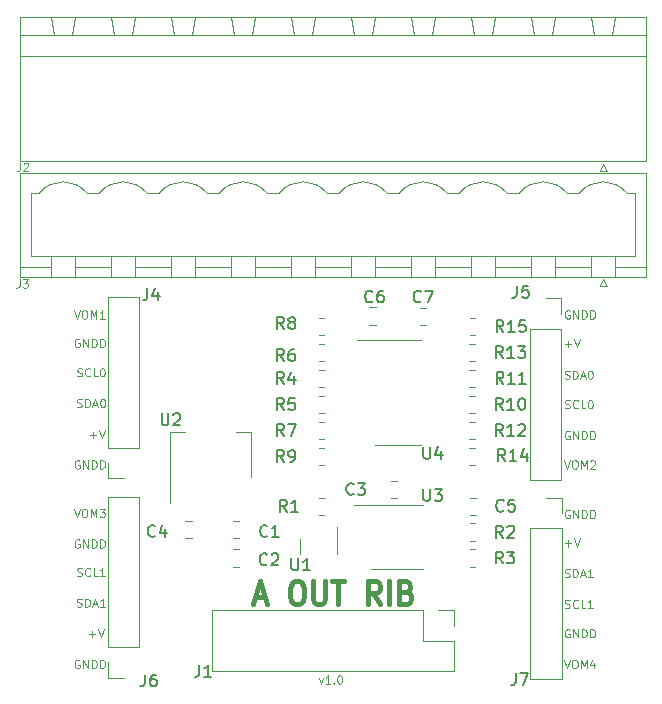
<source format=gbr>
%TF.GenerationSoftware,KiCad,Pcbnew,6.0.8+dfsg-1~bpo11+1*%
%TF.CreationDate,2022-10-31T17:37:34+01:00*%
%TF.ProjectId,rib4outAd_00,72696234-6f75-4744-9164-5f30302e6b69,rev?*%
%TF.SameCoordinates,Original*%
%TF.FileFunction,Legend,Top*%
%TF.FilePolarity,Positive*%
%FSLAX46Y46*%
G04 Gerber Fmt 4.6, Leading zero omitted, Abs format (unit mm)*
G04 Created by KiCad (PCBNEW 6.0.8+dfsg-1~bpo11+1) date 2022-10-31 17:37:34*
%MOMM*%
%LPD*%
G01*
G04 APERTURE LIST*
%ADD10C,0.110000*%
%ADD11C,0.400000*%
%ADD12C,0.150000*%
%ADD13C,0.100000*%
%ADD14C,0.120000*%
G04 APERTURE END LIST*
D10*
X165516666Y-115050000D02*
X165450000Y-115016666D01*
X165350000Y-115016666D01*
X165250000Y-115050000D01*
X165183333Y-115116666D01*
X165150000Y-115183333D01*
X165116666Y-115316666D01*
X165116666Y-115416666D01*
X165150000Y-115550000D01*
X165183333Y-115616666D01*
X165250000Y-115683333D01*
X165350000Y-115716666D01*
X165416666Y-115716666D01*
X165516666Y-115683333D01*
X165550000Y-115650000D01*
X165550000Y-115416666D01*
X165416666Y-115416666D01*
X165850000Y-115716666D02*
X165850000Y-115016666D01*
X166250000Y-115716666D01*
X166250000Y-115016666D01*
X166583333Y-115716666D02*
X166583333Y-115016666D01*
X166750000Y-115016666D01*
X166850000Y-115050000D01*
X166916666Y-115116666D01*
X166950000Y-115183333D01*
X166983333Y-115316666D01*
X166983333Y-115416666D01*
X166950000Y-115550000D01*
X166916666Y-115616666D01*
X166850000Y-115683333D01*
X166750000Y-115716666D01*
X166583333Y-115716666D01*
X167283333Y-115716666D02*
X167283333Y-115016666D01*
X167450000Y-115016666D01*
X167550000Y-115050000D01*
X167616666Y-115116666D01*
X167650000Y-115183333D01*
X167683333Y-115316666D01*
X167683333Y-115416666D01*
X167650000Y-115550000D01*
X167616666Y-115616666D01*
X167550000Y-115683333D01*
X167450000Y-115716666D01*
X167283333Y-115716666D01*
X165516666Y-88050000D02*
X165450000Y-88016666D01*
X165350000Y-88016666D01*
X165250000Y-88050000D01*
X165183333Y-88116666D01*
X165150000Y-88183333D01*
X165116666Y-88316666D01*
X165116666Y-88416666D01*
X165150000Y-88550000D01*
X165183333Y-88616666D01*
X165250000Y-88683333D01*
X165350000Y-88716666D01*
X165416666Y-88716666D01*
X165516666Y-88683333D01*
X165550000Y-88650000D01*
X165550000Y-88416666D01*
X165416666Y-88416666D01*
X165850000Y-88716666D02*
X165850000Y-88016666D01*
X166250000Y-88716666D01*
X166250000Y-88016666D01*
X166583333Y-88716666D02*
X166583333Y-88016666D01*
X166750000Y-88016666D01*
X166850000Y-88050000D01*
X166916666Y-88116666D01*
X166950000Y-88183333D01*
X166983333Y-88316666D01*
X166983333Y-88416666D01*
X166950000Y-88550000D01*
X166916666Y-88616666D01*
X166850000Y-88683333D01*
X166750000Y-88716666D01*
X166583333Y-88716666D01*
X167283333Y-88716666D02*
X167283333Y-88016666D01*
X167450000Y-88016666D01*
X167550000Y-88050000D01*
X167616666Y-88116666D01*
X167650000Y-88183333D01*
X167683333Y-88316666D01*
X167683333Y-88416666D01*
X167650000Y-88550000D01*
X167616666Y-88616666D01*
X167550000Y-88683333D01*
X167450000Y-88716666D01*
X167283333Y-88716666D01*
X165133333Y-113183333D02*
X165233333Y-113216666D01*
X165400000Y-113216666D01*
X165466666Y-113183333D01*
X165500000Y-113150000D01*
X165533333Y-113083333D01*
X165533333Y-113016666D01*
X165500000Y-112950000D01*
X165466666Y-112916666D01*
X165400000Y-112883333D01*
X165266666Y-112850000D01*
X165200000Y-112816666D01*
X165166666Y-112783333D01*
X165133333Y-112716666D01*
X165133333Y-112650000D01*
X165166666Y-112583333D01*
X165200000Y-112550000D01*
X165266666Y-112516666D01*
X165433333Y-112516666D01*
X165533333Y-112550000D01*
X166233333Y-113150000D02*
X166200000Y-113183333D01*
X166100000Y-113216666D01*
X166033333Y-113216666D01*
X165933333Y-113183333D01*
X165866666Y-113116666D01*
X165833333Y-113050000D01*
X165800000Y-112916666D01*
X165800000Y-112816666D01*
X165833333Y-112683333D01*
X165866666Y-112616666D01*
X165933333Y-112550000D01*
X166033333Y-112516666D01*
X166100000Y-112516666D01*
X166200000Y-112550000D01*
X166233333Y-112583333D01*
X166866666Y-113216666D02*
X166533333Y-113216666D01*
X166533333Y-112516666D01*
X167466666Y-113216666D02*
X167066666Y-113216666D01*
X167266666Y-113216666D02*
X167266666Y-112516666D01*
X167200000Y-112616666D01*
X167133333Y-112683333D01*
X167066666Y-112716666D01*
X124933333Y-98550000D02*
X125466666Y-98550000D01*
X125200000Y-98816666D02*
X125200000Y-98283333D01*
X125700000Y-98116666D02*
X125933333Y-98816666D01*
X126166666Y-98116666D01*
X123566666Y-104816666D02*
X123800000Y-105516666D01*
X124033333Y-104816666D01*
X124400000Y-104816666D02*
X124533333Y-104816666D01*
X124600000Y-104850000D01*
X124666666Y-104916666D01*
X124700000Y-105050000D01*
X124700000Y-105283333D01*
X124666666Y-105416666D01*
X124600000Y-105483333D01*
X124533333Y-105516666D01*
X124400000Y-105516666D01*
X124333333Y-105483333D01*
X124266666Y-105416666D01*
X124233333Y-105283333D01*
X124233333Y-105050000D01*
X124266666Y-104916666D01*
X124333333Y-104850000D01*
X124400000Y-104816666D01*
X125000000Y-105516666D02*
X125000000Y-104816666D01*
X125233333Y-105316666D01*
X125466666Y-104816666D01*
X125466666Y-105516666D01*
X125733333Y-104816666D02*
X126166666Y-104816666D01*
X125933333Y-105083333D01*
X126033333Y-105083333D01*
X126100000Y-105116666D01*
X126133333Y-105150000D01*
X126166666Y-105216666D01*
X126166666Y-105383333D01*
X126133333Y-105450000D01*
X126100000Y-105483333D01*
X126033333Y-105516666D01*
X125833333Y-105516666D01*
X125766666Y-105483333D01*
X125733333Y-105450000D01*
X124016666Y-90450000D02*
X123950000Y-90416666D01*
X123850000Y-90416666D01*
X123750000Y-90450000D01*
X123683333Y-90516666D01*
X123650000Y-90583333D01*
X123616666Y-90716666D01*
X123616666Y-90816666D01*
X123650000Y-90950000D01*
X123683333Y-91016666D01*
X123750000Y-91083333D01*
X123850000Y-91116666D01*
X123916666Y-91116666D01*
X124016666Y-91083333D01*
X124050000Y-91050000D01*
X124050000Y-90816666D01*
X123916666Y-90816666D01*
X124350000Y-91116666D02*
X124350000Y-90416666D01*
X124750000Y-91116666D01*
X124750000Y-90416666D01*
X125083333Y-91116666D02*
X125083333Y-90416666D01*
X125250000Y-90416666D01*
X125350000Y-90450000D01*
X125416666Y-90516666D01*
X125450000Y-90583333D01*
X125483333Y-90716666D01*
X125483333Y-90816666D01*
X125450000Y-90950000D01*
X125416666Y-91016666D01*
X125350000Y-91083333D01*
X125250000Y-91116666D01*
X125083333Y-91116666D01*
X125783333Y-91116666D02*
X125783333Y-90416666D01*
X125950000Y-90416666D01*
X126050000Y-90450000D01*
X126116666Y-90516666D01*
X126150000Y-90583333D01*
X126183333Y-90716666D01*
X126183333Y-90816666D01*
X126150000Y-90950000D01*
X126116666Y-91016666D01*
X126050000Y-91083333D01*
X125950000Y-91116666D01*
X125783333Y-91116666D01*
X124016666Y-100750000D02*
X123950000Y-100716666D01*
X123850000Y-100716666D01*
X123750000Y-100750000D01*
X123683333Y-100816666D01*
X123650000Y-100883333D01*
X123616666Y-101016666D01*
X123616666Y-101116666D01*
X123650000Y-101250000D01*
X123683333Y-101316666D01*
X123750000Y-101383333D01*
X123850000Y-101416666D01*
X123916666Y-101416666D01*
X124016666Y-101383333D01*
X124050000Y-101350000D01*
X124050000Y-101116666D01*
X123916666Y-101116666D01*
X124350000Y-101416666D02*
X124350000Y-100716666D01*
X124750000Y-101416666D01*
X124750000Y-100716666D01*
X125083333Y-101416666D02*
X125083333Y-100716666D01*
X125250000Y-100716666D01*
X125350000Y-100750000D01*
X125416666Y-100816666D01*
X125450000Y-100883333D01*
X125483333Y-101016666D01*
X125483333Y-101116666D01*
X125450000Y-101250000D01*
X125416666Y-101316666D01*
X125350000Y-101383333D01*
X125250000Y-101416666D01*
X125083333Y-101416666D01*
X125783333Y-101416666D02*
X125783333Y-100716666D01*
X125950000Y-100716666D01*
X126050000Y-100750000D01*
X126116666Y-100816666D01*
X126150000Y-100883333D01*
X126183333Y-101016666D01*
X126183333Y-101116666D01*
X126150000Y-101250000D01*
X126116666Y-101316666D01*
X126050000Y-101383333D01*
X125950000Y-101416666D01*
X125783333Y-101416666D01*
X123833333Y-110483333D02*
X123933333Y-110516666D01*
X124100000Y-110516666D01*
X124166666Y-110483333D01*
X124200000Y-110450000D01*
X124233333Y-110383333D01*
X124233333Y-110316666D01*
X124200000Y-110250000D01*
X124166666Y-110216666D01*
X124100000Y-110183333D01*
X123966666Y-110150000D01*
X123900000Y-110116666D01*
X123866666Y-110083333D01*
X123833333Y-110016666D01*
X123833333Y-109950000D01*
X123866666Y-109883333D01*
X123900000Y-109850000D01*
X123966666Y-109816666D01*
X124133333Y-109816666D01*
X124233333Y-109850000D01*
X124933333Y-110450000D02*
X124900000Y-110483333D01*
X124800000Y-110516666D01*
X124733333Y-110516666D01*
X124633333Y-110483333D01*
X124566666Y-110416666D01*
X124533333Y-110350000D01*
X124500000Y-110216666D01*
X124500000Y-110116666D01*
X124533333Y-109983333D01*
X124566666Y-109916666D01*
X124633333Y-109850000D01*
X124733333Y-109816666D01*
X124800000Y-109816666D01*
X124900000Y-109850000D01*
X124933333Y-109883333D01*
X125566666Y-110516666D02*
X125233333Y-110516666D01*
X125233333Y-109816666D01*
X126166666Y-110516666D02*
X125766666Y-110516666D01*
X125966666Y-110516666D02*
X125966666Y-109816666D01*
X125900000Y-109916666D01*
X125833333Y-109983333D01*
X125766666Y-110016666D01*
X123833333Y-93583333D02*
X123933333Y-93616666D01*
X124100000Y-93616666D01*
X124166666Y-93583333D01*
X124200000Y-93550000D01*
X124233333Y-93483333D01*
X124233333Y-93416666D01*
X124200000Y-93350000D01*
X124166666Y-93316666D01*
X124100000Y-93283333D01*
X123966666Y-93250000D01*
X123900000Y-93216666D01*
X123866666Y-93183333D01*
X123833333Y-93116666D01*
X123833333Y-93050000D01*
X123866666Y-92983333D01*
X123900000Y-92950000D01*
X123966666Y-92916666D01*
X124133333Y-92916666D01*
X124233333Y-92950000D01*
X124933333Y-93550000D02*
X124900000Y-93583333D01*
X124800000Y-93616666D01*
X124733333Y-93616666D01*
X124633333Y-93583333D01*
X124566666Y-93516666D01*
X124533333Y-93450000D01*
X124500000Y-93316666D01*
X124500000Y-93216666D01*
X124533333Y-93083333D01*
X124566666Y-93016666D01*
X124633333Y-92950000D01*
X124733333Y-92916666D01*
X124800000Y-92916666D01*
X124900000Y-92950000D01*
X124933333Y-92983333D01*
X125566666Y-93616666D02*
X125233333Y-93616666D01*
X125233333Y-92916666D01*
X125933333Y-92916666D02*
X126000000Y-92916666D01*
X126066666Y-92950000D01*
X126100000Y-92983333D01*
X126133333Y-93050000D01*
X126166666Y-93183333D01*
X126166666Y-93350000D01*
X126133333Y-93483333D01*
X126100000Y-93550000D01*
X126066666Y-93583333D01*
X126000000Y-93616666D01*
X125933333Y-93616666D01*
X125866666Y-93583333D01*
X125833333Y-93550000D01*
X125800000Y-93483333D01*
X125766666Y-93350000D01*
X125766666Y-93183333D01*
X125800000Y-93050000D01*
X125833333Y-92983333D01*
X125866666Y-92950000D01*
X125933333Y-92916666D01*
X124016666Y-107450000D02*
X123950000Y-107416666D01*
X123850000Y-107416666D01*
X123750000Y-107450000D01*
X123683333Y-107516666D01*
X123650000Y-107583333D01*
X123616666Y-107716666D01*
X123616666Y-107816666D01*
X123650000Y-107950000D01*
X123683333Y-108016666D01*
X123750000Y-108083333D01*
X123850000Y-108116666D01*
X123916666Y-108116666D01*
X124016666Y-108083333D01*
X124050000Y-108050000D01*
X124050000Y-107816666D01*
X123916666Y-107816666D01*
X124350000Y-108116666D02*
X124350000Y-107416666D01*
X124750000Y-108116666D01*
X124750000Y-107416666D01*
X125083333Y-108116666D02*
X125083333Y-107416666D01*
X125250000Y-107416666D01*
X125350000Y-107450000D01*
X125416666Y-107516666D01*
X125450000Y-107583333D01*
X125483333Y-107716666D01*
X125483333Y-107816666D01*
X125450000Y-107950000D01*
X125416666Y-108016666D01*
X125350000Y-108083333D01*
X125250000Y-108116666D01*
X125083333Y-108116666D01*
X125783333Y-108116666D02*
X125783333Y-107416666D01*
X125950000Y-107416666D01*
X126050000Y-107450000D01*
X126116666Y-107516666D01*
X126150000Y-107583333D01*
X126183333Y-107716666D01*
X126183333Y-107816666D01*
X126150000Y-107950000D01*
X126116666Y-108016666D01*
X126050000Y-108083333D01*
X125950000Y-108116666D01*
X125783333Y-108116666D01*
X165116666Y-110583333D02*
X165216666Y-110616666D01*
X165383333Y-110616666D01*
X165450000Y-110583333D01*
X165483333Y-110550000D01*
X165516666Y-110483333D01*
X165516666Y-110416666D01*
X165483333Y-110350000D01*
X165450000Y-110316666D01*
X165383333Y-110283333D01*
X165250000Y-110250000D01*
X165183333Y-110216666D01*
X165150000Y-110183333D01*
X165116666Y-110116666D01*
X165116666Y-110050000D01*
X165150000Y-109983333D01*
X165183333Y-109950000D01*
X165250000Y-109916666D01*
X165416666Y-109916666D01*
X165516666Y-109950000D01*
X165816666Y-110616666D02*
X165816666Y-109916666D01*
X165983333Y-109916666D01*
X166083333Y-109950000D01*
X166150000Y-110016666D01*
X166183333Y-110083333D01*
X166216666Y-110216666D01*
X166216666Y-110316666D01*
X166183333Y-110450000D01*
X166150000Y-110516666D01*
X166083333Y-110583333D01*
X165983333Y-110616666D01*
X165816666Y-110616666D01*
X166483333Y-110416666D02*
X166816666Y-110416666D01*
X166416666Y-110616666D02*
X166650000Y-109916666D01*
X166883333Y-110616666D01*
X167483333Y-110616666D02*
X167083333Y-110616666D01*
X167283333Y-110616666D02*
X167283333Y-109916666D01*
X167216666Y-110016666D01*
X167150000Y-110083333D01*
X167083333Y-110116666D01*
X123816666Y-113083333D02*
X123916666Y-113116666D01*
X124083333Y-113116666D01*
X124150000Y-113083333D01*
X124183333Y-113050000D01*
X124216666Y-112983333D01*
X124216666Y-112916666D01*
X124183333Y-112850000D01*
X124150000Y-112816666D01*
X124083333Y-112783333D01*
X123950000Y-112750000D01*
X123883333Y-112716666D01*
X123850000Y-112683333D01*
X123816666Y-112616666D01*
X123816666Y-112550000D01*
X123850000Y-112483333D01*
X123883333Y-112450000D01*
X123950000Y-112416666D01*
X124116666Y-112416666D01*
X124216666Y-112450000D01*
X124516666Y-113116666D02*
X124516666Y-112416666D01*
X124683333Y-112416666D01*
X124783333Y-112450000D01*
X124850000Y-112516666D01*
X124883333Y-112583333D01*
X124916666Y-112716666D01*
X124916666Y-112816666D01*
X124883333Y-112950000D01*
X124850000Y-113016666D01*
X124783333Y-113083333D01*
X124683333Y-113116666D01*
X124516666Y-113116666D01*
X125183333Y-112916666D02*
X125516666Y-112916666D01*
X125116666Y-113116666D02*
X125350000Y-112416666D01*
X125583333Y-113116666D01*
X126183333Y-113116666D02*
X125783333Y-113116666D01*
X125983333Y-113116666D02*
X125983333Y-112416666D01*
X125916666Y-112516666D01*
X125850000Y-112583333D01*
X125783333Y-112616666D01*
D11*
X138900000Y-112316666D02*
X139757142Y-112316666D01*
X138728571Y-112859523D02*
X139328571Y-110959523D01*
X139928571Y-112859523D01*
X142242857Y-110959523D02*
X142585714Y-110959523D01*
X142757142Y-111050000D01*
X142928571Y-111230952D01*
X143014285Y-111592857D01*
X143014285Y-112226190D01*
X142928571Y-112588095D01*
X142757142Y-112769047D01*
X142585714Y-112859523D01*
X142242857Y-112859523D01*
X142071428Y-112769047D01*
X141900000Y-112588095D01*
X141814285Y-112226190D01*
X141814285Y-111592857D01*
X141900000Y-111230952D01*
X142071428Y-111050000D01*
X142242857Y-110959523D01*
X143785714Y-110959523D02*
X143785714Y-112497619D01*
X143871428Y-112678571D01*
X143957142Y-112769047D01*
X144128571Y-112859523D01*
X144471428Y-112859523D01*
X144642857Y-112769047D01*
X144728571Y-112678571D01*
X144814285Y-112497619D01*
X144814285Y-110959523D01*
X145414285Y-110959523D02*
X146442857Y-110959523D01*
X145928571Y-112859523D02*
X145928571Y-110959523D01*
X149442857Y-112859523D02*
X148842857Y-111954761D01*
X148414285Y-112859523D02*
X148414285Y-110959523D01*
X149100000Y-110959523D01*
X149271428Y-111050000D01*
X149357142Y-111140476D01*
X149442857Y-111321428D01*
X149442857Y-111592857D01*
X149357142Y-111773809D01*
X149271428Y-111864285D01*
X149100000Y-111954761D01*
X148414285Y-111954761D01*
X150214285Y-112859523D02*
X150214285Y-110959523D01*
X151671428Y-111864285D02*
X151928571Y-111954761D01*
X152014285Y-112045238D01*
X152100000Y-112226190D01*
X152100000Y-112497619D01*
X152014285Y-112678571D01*
X151928571Y-112769047D01*
X151757142Y-112859523D01*
X151071428Y-112859523D01*
X151071428Y-110959523D01*
X151671428Y-110959523D01*
X151842857Y-111050000D01*
X151928571Y-111140476D01*
X152014285Y-111321428D01*
X152014285Y-111502380D01*
X151928571Y-111683333D01*
X151842857Y-111773809D01*
X151671428Y-111864285D01*
X151071428Y-111864285D01*
D10*
X124016666Y-117650000D02*
X123950000Y-117616666D01*
X123850000Y-117616666D01*
X123750000Y-117650000D01*
X123683333Y-117716666D01*
X123650000Y-117783333D01*
X123616666Y-117916666D01*
X123616666Y-118016666D01*
X123650000Y-118150000D01*
X123683333Y-118216666D01*
X123750000Y-118283333D01*
X123850000Y-118316666D01*
X123916666Y-118316666D01*
X124016666Y-118283333D01*
X124050000Y-118250000D01*
X124050000Y-118016666D01*
X123916666Y-118016666D01*
X124350000Y-118316666D02*
X124350000Y-117616666D01*
X124750000Y-118316666D01*
X124750000Y-117616666D01*
X125083333Y-118316666D02*
X125083333Y-117616666D01*
X125250000Y-117616666D01*
X125350000Y-117650000D01*
X125416666Y-117716666D01*
X125450000Y-117783333D01*
X125483333Y-117916666D01*
X125483333Y-118016666D01*
X125450000Y-118150000D01*
X125416666Y-118216666D01*
X125350000Y-118283333D01*
X125250000Y-118316666D01*
X125083333Y-118316666D01*
X125783333Y-118316666D02*
X125783333Y-117616666D01*
X125950000Y-117616666D01*
X126050000Y-117650000D01*
X126116666Y-117716666D01*
X126150000Y-117783333D01*
X126183333Y-117916666D01*
X126183333Y-118016666D01*
X126150000Y-118150000D01*
X126116666Y-118216666D01*
X126050000Y-118283333D01*
X125950000Y-118316666D01*
X125783333Y-118316666D01*
X165516666Y-104950000D02*
X165450000Y-104916666D01*
X165350000Y-104916666D01*
X165250000Y-104950000D01*
X165183333Y-105016666D01*
X165150000Y-105083333D01*
X165116666Y-105216666D01*
X165116666Y-105316666D01*
X165150000Y-105450000D01*
X165183333Y-105516666D01*
X165250000Y-105583333D01*
X165350000Y-105616666D01*
X165416666Y-105616666D01*
X165516666Y-105583333D01*
X165550000Y-105550000D01*
X165550000Y-105316666D01*
X165416666Y-105316666D01*
X165850000Y-105616666D02*
X165850000Y-104916666D01*
X166250000Y-105616666D01*
X166250000Y-104916666D01*
X166583333Y-105616666D02*
X166583333Y-104916666D01*
X166750000Y-104916666D01*
X166850000Y-104950000D01*
X166916666Y-105016666D01*
X166950000Y-105083333D01*
X166983333Y-105216666D01*
X166983333Y-105316666D01*
X166950000Y-105450000D01*
X166916666Y-105516666D01*
X166850000Y-105583333D01*
X166750000Y-105616666D01*
X166583333Y-105616666D01*
X167283333Y-105616666D02*
X167283333Y-104916666D01*
X167450000Y-104916666D01*
X167550000Y-104950000D01*
X167616666Y-105016666D01*
X167650000Y-105083333D01*
X167683333Y-105216666D01*
X167683333Y-105316666D01*
X167650000Y-105450000D01*
X167616666Y-105516666D01*
X167550000Y-105583333D01*
X167450000Y-105616666D01*
X167283333Y-105616666D01*
X123816666Y-96183333D02*
X123916666Y-96216666D01*
X124083333Y-96216666D01*
X124150000Y-96183333D01*
X124183333Y-96150000D01*
X124216666Y-96083333D01*
X124216666Y-96016666D01*
X124183333Y-95950000D01*
X124150000Y-95916666D01*
X124083333Y-95883333D01*
X123950000Y-95850000D01*
X123883333Y-95816666D01*
X123850000Y-95783333D01*
X123816666Y-95716666D01*
X123816666Y-95650000D01*
X123850000Y-95583333D01*
X123883333Y-95550000D01*
X123950000Y-95516666D01*
X124116666Y-95516666D01*
X124216666Y-95550000D01*
X124516666Y-96216666D02*
X124516666Y-95516666D01*
X124683333Y-95516666D01*
X124783333Y-95550000D01*
X124850000Y-95616666D01*
X124883333Y-95683333D01*
X124916666Y-95816666D01*
X124916666Y-95916666D01*
X124883333Y-96050000D01*
X124850000Y-96116666D01*
X124783333Y-96183333D01*
X124683333Y-96216666D01*
X124516666Y-96216666D01*
X125183333Y-96016666D02*
X125516666Y-96016666D01*
X125116666Y-96216666D02*
X125350000Y-95516666D01*
X125583333Y-96216666D01*
X125950000Y-95516666D02*
X126016666Y-95516666D01*
X126083333Y-95550000D01*
X126116666Y-95583333D01*
X126150000Y-95650000D01*
X126183333Y-95783333D01*
X126183333Y-95950000D01*
X126150000Y-96083333D01*
X126116666Y-96150000D01*
X126083333Y-96183333D01*
X126016666Y-96216666D01*
X125950000Y-96216666D01*
X125883333Y-96183333D01*
X125850000Y-96150000D01*
X125816666Y-96083333D01*
X125783333Y-95950000D01*
X125783333Y-95783333D01*
X125816666Y-95650000D01*
X125850000Y-95583333D01*
X125883333Y-95550000D01*
X125950000Y-95516666D01*
X165516666Y-98250000D02*
X165450000Y-98216666D01*
X165350000Y-98216666D01*
X165250000Y-98250000D01*
X165183333Y-98316666D01*
X165150000Y-98383333D01*
X165116666Y-98516666D01*
X165116666Y-98616666D01*
X165150000Y-98750000D01*
X165183333Y-98816666D01*
X165250000Y-98883333D01*
X165350000Y-98916666D01*
X165416666Y-98916666D01*
X165516666Y-98883333D01*
X165550000Y-98850000D01*
X165550000Y-98616666D01*
X165416666Y-98616666D01*
X165850000Y-98916666D02*
X165850000Y-98216666D01*
X166250000Y-98916666D01*
X166250000Y-98216666D01*
X166583333Y-98916666D02*
X166583333Y-98216666D01*
X166750000Y-98216666D01*
X166850000Y-98250000D01*
X166916666Y-98316666D01*
X166950000Y-98383333D01*
X166983333Y-98516666D01*
X166983333Y-98616666D01*
X166950000Y-98750000D01*
X166916666Y-98816666D01*
X166850000Y-98883333D01*
X166750000Y-98916666D01*
X166583333Y-98916666D01*
X167283333Y-98916666D02*
X167283333Y-98216666D01*
X167450000Y-98216666D01*
X167550000Y-98250000D01*
X167616666Y-98316666D01*
X167650000Y-98383333D01*
X167683333Y-98516666D01*
X167683333Y-98616666D01*
X167650000Y-98750000D01*
X167616666Y-98816666D01*
X167550000Y-98883333D01*
X167450000Y-98916666D01*
X167283333Y-98916666D01*
X165116666Y-93783333D02*
X165216666Y-93816666D01*
X165383333Y-93816666D01*
X165450000Y-93783333D01*
X165483333Y-93750000D01*
X165516666Y-93683333D01*
X165516666Y-93616666D01*
X165483333Y-93550000D01*
X165450000Y-93516666D01*
X165383333Y-93483333D01*
X165250000Y-93450000D01*
X165183333Y-93416666D01*
X165150000Y-93383333D01*
X165116666Y-93316666D01*
X165116666Y-93250000D01*
X165150000Y-93183333D01*
X165183333Y-93150000D01*
X165250000Y-93116666D01*
X165416666Y-93116666D01*
X165516666Y-93150000D01*
X165816666Y-93816666D02*
X165816666Y-93116666D01*
X165983333Y-93116666D01*
X166083333Y-93150000D01*
X166150000Y-93216666D01*
X166183333Y-93283333D01*
X166216666Y-93416666D01*
X166216666Y-93516666D01*
X166183333Y-93650000D01*
X166150000Y-93716666D01*
X166083333Y-93783333D01*
X165983333Y-93816666D01*
X165816666Y-93816666D01*
X166483333Y-93616666D02*
X166816666Y-93616666D01*
X166416666Y-93816666D02*
X166650000Y-93116666D01*
X166883333Y-93816666D01*
X167250000Y-93116666D02*
X167316666Y-93116666D01*
X167383333Y-93150000D01*
X167416666Y-93183333D01*
X167450000Y-93250000D01*
X167483333Y-93383333D01*
X167483333Y-93550000D01*
X167450000Y-93683333D01*
X167416666Y-93750000D01*
X167383333Y-93783333D01*
X167316666Y-93816666D01*
X167250000Y-93816666D01*
X167183333Y-93783333D01*
X167150000Y-93750000D01*
X167116666Y-93683333D01*
X167083333Y-93550000D01*
X167083333Y-93383333D01*
X167116666Y-93250000D01*
X167150000Y-93183333D01*
X167183333Y-93150000D01*
X167250000Y-93116666D01*
X123566666Y-88016666D02*
X123800000Y-88716666D01*
X124033333Y-88016666D01*
X124400000Y-88016666D02*
X124533333Y-88016666D01*
X124600000Y-88050000D01*
X124666666Y-88116666D01*
X124700000Y-88250000D01*
X124700000Y-88483333D01*
X124666666Y-88616666D01*
X124600000Y-88683333D01*
X124533333Y-88716666D01*
X124400000Y-88716666D01*
X124333333Y-88683333D01*
X124266666Y-88616666D01*
X124233333Y-88483333D01*
X124233333Y-88250000D01*
X124266666Y-88116666D01*
X124333333Y-88050000D01*
X124400000Y-88016666D01*
X125000000Y-88716666D02*
X125000000Y-88016666D01*
X125233333Y-88516666D01*
X125466666Y-88016666D01*
X125466666Y-88716666D01*
X126166666Y-88716666D02*
X125766666Y-88716666D01*
X125966666Y-88716666D02*
X125966666Y-88016666D01*
X125900000Y-88116666D01*
X125833333Y-88183333D01*
X125766666Y-88216666D01*
X165066666Y-100716666D02*
X165300000Y-101416666D01*
X165533333Y-100716666D01*
X165900000Y-100716666D02*
X166033333Y-100716666D01*
X166100000Y-100750000D01*
X166166666Y-100816666D01*
X166200000Y-100950000D01*
X166200000Y-101183333D01*
X166166666Y-101316666D01*
X166100000Y-101383333D01*
X166033333Y-101416666D01*
X165900000Y-101416666D01*
X165833333Y-101383333D01*
X165766666Y-101316666D01*
X165733333Y-101183333D01*
X165733333Y-100950000D01*
X165766666Y-100816666D01*
X165833333Y-100750000D01*
X165900000Y-100716666D01*
X166500000Y-101416666D02*
X166500000Y-100716666D01*
X166733333Y-101216666D01*
X166966666Y-100716666D01*
X166966666Y-101416666D01*
X167266666Y-100783333D02*
X167300000Y-100750000D01*
X167366666Y-100716666D01*
X167533333Y-100716666D01*
X167600000Y-100750000D01*
X167633333Y-100783333D01*
X167666666Y-100850000D01*
X167666666Y-100916666D01*
X167633333Y-101016666D01*
X167233333Y-101416666D01*
X167666666Y-101416666D01*
X165133333Y-90850000D02*
X165666666Y-90850000D01*
X165400000Y-91116666D02*
X165400000Y-90583333D01*
X165900000Y-90416666D02*
X166133333Y-91116666D01*
X166366666Y-90416666D01*
X124833333Y-115450000D02*
X125366666Y-115450000D01*
X125100000Y-115716666D02*
X125100000Y-115183333D01*
X125600000Y-115016666D02*
X125833333Y-115716666D01*
X126066666Y-115016666D01*
X165066666Y-117616666D02*
X165300000Y-118316666D01*
X165533333Y-117616666D01*
X165900000Y-117616666D02*
X166033333Y-117616666D01*
X166100000Y-117650000D01*
X166166666Y-117716666D01*
X166200000Y-117850000D01*
X166200000Y-118083333D01*
X166166666Y-118216666D01*
X166100000Y-118283333D01*
X166033333Y-118316666D01*
X165900000Y-118316666D01*
X165833333Y-118283333D01*
X165766666Y-118216666D01*
X165733333Y-118083333D01*
X165733333Y-117850000D01*
X165766666Y-117716666D01*
X165833333Y-117650000D01*
X165900000Y-117616666D01*
X166500000Y-118316666D02*
X166500000Y-117616666D01*
X166733333Y-118116666D01*
X166966666Y-117616666D01*
X166966666Y-118316666D01*
X167600000Y-117850000D02*
X167600000Y-118316666D01*
X167433333Y-117583333D02*
X167266666Y-118083333D01*
X167700000Y-118083333D01*
X165133333Y-107750000D02*
X165666666Y-107750000D01*
X165400000Y-108016666D02*
X165400000Y-107483333D01*
X165900000Y-107316666D02*
X166133333Y-108016666D01*
X166366666Y-107316666D01*
X144300000Y-119150000D02*
X144466666Y-119616666D01*
X144633333Y-119150000D01*
X145266666Y-119616666D02*
X144866666Y-119616666D01*
X145066666Y-119616666D02*
X145066666Y-118916666D01*
X145000000Y-119016666D01*
X144933333Y-119083333D01*
X144866666Y-119116666D01*
X145566666Y-119550000D02*
X145600000Y-119583333D01*
X145566666Y-119616666D01*
X145533333Y-119583333D01*
X145566666Y-119550000D01*
X145566666Y-119616666D01*
X146033333Y-118916666D02*
X146100000Y-118916666D01*
X146166666Y-118950000D01*
X146200000Y-118983333D01*
X146233333Y-119050000D01*
X146266666Y-119183333D01*
X146266666Y-119350000D01*
X146233333Y-119483333D01*
X146200000Y-119550000D01*
X146166666Y-119583333D01*
X146100000Y-119616666D01*
X146033333Y-119616666D01*
X145966666Y-119583333D01*
X145933333Y-119550000D01*
X145900000Y-119483333D01*
X145866666Y-119350000D01*
X145866666Y-119183333D01*
X145900000Y-119050000D01*
X145933333Y-118983333D01*
X145966666Y-118950000D01*
X146033333Y-118916666D01*
X165133333Y-96283333D02*
X165233333Y-96316666D01*
X165400000Y-96316666D01*
X165466666Y-96283333D01*
X165500000Y-96250000D01*
X165533333Y-96183333D01*
X165533333Y-96116666D01*
X165500000Y-96050000D01*
X165466666Y-96016666D01*
X165400000Y-95983333D01*
X165266666Y-95950000D01*
X165200000Y-95916666D01*
X165166666Y-95883333D01*
X165133333Y-95816666D01*
X165133333Y-95750000D01*
X165166666Y-95683333D01*
X165200000Y-95650000D01*
X165266666Y-95616666D01*
X165433333Y-95616666D01*
X165533333Y-95650000D01*
X166233333Y-96250000D02*
X166200000Y-96283333D01*
X166100000Y-96316666D01*
X166033333Y-96316666D01*
X165933333Y-96283333D01*
X165866666Y-96216666D01*
X165833333Y-96150000D01*
X165800000Y-96016666D01*
X165800000Y-95916666D01*
X165833333Y-95783333D01*
X165866666Y-95716666D01*
X165933333Y-95650000D01*
X166033333Y-95616666D01*
X166100000Y-95616666D01*
X166200000Y-95650000D01*
X166233333Y-95683333D01*
X166866666Y-96316666D02*
X166533333Y-96316666D01*
X166533333Y-95616666D01*
X167233333Y-95616666D02*
X167300000Y-95616666D01*
X167366666Y-95650000D01*
X167400000Y-95683333D01*
X167433333Y-95750000D01*
X167466666Y-95883333D01*
X167466666Y-96050000D01*
X167433333Y-96183333D01*
X167400000Y-96250000D01*
X167366666Y-96283333D01*
X167300000Y-96316666D01*
X167233333Y-96316666D01*
X167166666Y-96283333D01*
X167133333Y-96250000D01*
X167100000Y-96183333D01*
X167066666Y-96050000D01*
X167066666Y-95883333D01*
X167100000Y-95750000D01*
X167133333Y-95683333D01*
X167166666Y-95650000D01*
X167233333Y-95616666D01*
%TO.C,J3*%
X118956666Y-85406666D02*
X118956666Y-85906666D01*
X118923333Y-86006666D01*
X118856666Y-86073333D01*
X118756666Y-86106666D01*
X118690000Y-86106666D01*
X119223333Y-85406666D02*
X119656666Y-85406666D01*
X119423333Y-85673333D01*
X119523333Y-85673333D01*
X119590000Y-85706666D01*
X119623333Y-85740000D01*
X119656666Y-85806666D01*
X119656666Y-85973333D01*
X119623333Y-86040000D01*
X119590000Y-86073333D01*
X119523333Y-86106666D01*
X119323333Y-86106666D01*
X119256666Y-86073333D01*
X119223333Y-86040000D01*
D12*
%TO.C,R11*%
X159917142Y-94232380D02*
X159583809Y-93756190D01*
X159345714Y-94232380D02*
X159345714Y-93232380D01*
X159726666Y-93232380D01*
X159821904Y-93280000D01*
X159869523Y-93327619D01*
X159917142Y-93422857D01*
X159917142Y-93565714D01*
X159869523Y-93660952D01*
X159821904Y-93708571D01*
X159726666Y-93756190D01*
X159345714Y-93756190D01*
X160869523Y-94232380D02*
X160298095Y-94232380D01*
X160583809Y-94232380D02*
X160583809Y-93232380D01*
X160488571Y-93375238D01*
X160393333Y-93470476D01*
X160298095Y-93518095D01*
X161821904Y-94232380D02*
X161250476Y-94232380D01*
X161536190Y-94232380D02*
X161536190Y-93232380D01*
X161440952Y-93375238D01*
X161345714Y-93470476D01*
X161250476Y-93518095D01*
%TO.C,R1*%
X141583333Y-105052380D02*
X141250000Y-104576190D01*
X141011904Y-105052380D02*
X141011904Y-104052380D01*
X141392857Y-104052380D01*
X141488095Y-104100000D01*
X141535714Y-104147619D01*
X141583333Y-104242857D01*
X141583333Y-104385714D01*
X141535714Y-104480952D01*
X141488095Y-104528571D01*
X141392857Y-104576190D01*
X141011904Y-104576190D01*
X142535714Y-105052380D02*
X141964285Y-105052380D01*
X142250000Y-105052380D02*
X142250000Y-104052380D01*
X142154761Y-104195238D01*
X142059523Y-104290476D01*
X141964285Y-104338095D01*
%TO.C,U3*%
X153138095Y-103152380D02*
X153138095Y-103961904D01*
X153185714Y-104057142D01*
X153233333Y-104104761D01*
X153328571Y-104152380D01*
X153519047Y-104152380D01*
X153614285Y-104104761D01*
X153661904Y-104057142D01*
X153709523Y-103961904D01*
X153709523Y-103152380D01*
X154090476Y-103152380D02*
X154709523Y-103152380D01*
X154376190Y-103533333D01*
X154519047Y-103533333D01*
X154614285Y-103580952D01*
X154661904Y-103628571D01*
X154709523Y-103723809D01*
X154709523Y-103961904D01*
X154661904Y-104057142D01*
X154614285Y-104104761D01*
X154519047Y-104152380D01*
X154233333Y-104152380D01*
X154138095Y-104104761D01*
X154090476Y-104057142D01*
%TO.C,C6*%
X148833333Y-87257142D02*
X148785714Y-87304761D01*
X148642857Y-87352380D01*
X148547619Y-87352380D01*
X148404761Y-87304761D01*
X148309523Y-87209523D01*
X148261904Y-87114285D01*
X148214285Y-86923809D01*
X148214285Y-86780952D01*
X148261904Y-86590476D01*
X148309523Y-86495238D01*
X148404761Y-86400000D01*
X148547619Y-86352380D01*
X148642857Y-86352380D01*
X148785714Y-86400000D01*
X148833333Y-86447619D01*
X149690476Y-86352380D02*
X149500000Y-86352380D01*
X149404761Y-86400000D01*
X149357142Y-86447619D01*
X149261904Y-86590476D01*
X149214285Y-86780952D01*
X149214285Y-87161904D01*
X149261904Y-87257142D01*
X149309523Y-87304761D01*
X149404761Y-87352380D01*
X149595238Y-87352380D01*
X149690476Y-87304761D01*
X149738095Y-87257142D01*
X149785714Y-87161904D01*
X149785714Y-86923809D01*
X149738095Y-86828571D01*
X149690476Y-86780952D01*
X149595238Y-86733333D01*
X149404761Y-86733333D01*
X149309523Y-86780952D01*
X149261904Y-86828571D01*
X149214285Y-86923809D01*
%TO.C,J6*%
X129566666Y-118852380D02*
X129566666Y-119566666D01*
X129519047Y-119709523D01*
X129423809Y-119804761D01*
X129280952Y-119852380D01*
X129185714Y-119852380D01*
X130471428Y-118852380D02*
X130280952Y-118852380D01*
X130185714Y-118900000D01*
X130138095Y-118947619D01*
X130042857Y-119090476D01*
X129995238Y-119280952D01*
X129995238Y-119661904D01*
X130042857Y-119757142D01*
X130090476Y-119804761D01*
X130185714Y-119852380D01*
X130376190Y-119852380D01*
X130471428Y-119804761D01*
X130519047Y-119757142D01*
X130566666Y-119661904D01*
X130566666Y-119423809D01*
X130519047Y-119328571D01*
X130471428Y-119280952D01*
X130376190Y-119233333D01*
X130185714Y-119233333D01*
X130090476Y-119280952D01*
X130042857Y-119328571D01*
X129995238Y-119423809D01*
%TO.C,U1*%
X141978095Y-109014880D02*
X141978095Y-109824404D01*
X142025714Y-109919642D01*
X142073333Y-109967261D01*
X142168571Y-110014880D01*
X142359047Y-110014880D01*
X142454285Y-109967261D01*
X142501904Y-109919642D01*
X142549523Y-109824404D01*
X142549523Y-109014880D01*
X143549523Y-110014880D02*
X142978095Y-110014880D01*
X143263809Y-110014880D02*
X143263809Y-109014880D01*
X143168571Y-109157738D01*
X143073333Y-109252976D01*
X142978095Y-109300595D01*
D13*
%TO.C,J2*%
X118996666Y-75526666D02*
X118996666Y-76026666D01*
X118963333Y-76126666D01*
X118896666Y-76193333D01*
X118796666Y-76226666D01*
X118730000Y-76226666D01*
X119296666Y-75593333D02*
X119330000Y-75560000D01*
X119396666Y-75526666D01*
X119563333Y-75526666D01*
X119630000Y-75560000D01*
X119663333Y-75593333D01*
X119696666Y-75660000D01*
X119696666Y-75726666D01*
X119663333Y-75826666D01*
X119263333Y-76226666D01*
X119696666Y-76226666D01*
D12*
%TO.C,R10*%
X159857142Y-96452380D02*
X159523809Y-95976190D01*
X159285714Y-96452380D02*
X159285714Y-95452380D01*
X159666666Y-95452380D01*
X159761904Y-95500000D01*
X159809523Y-95547619D01*
X159857142Y-95642857D01*
X159857142Y-95785714D01*
X159809523Y-95880952D01*
X159761904Y-95928571D01*
X159666666Y-95976190D01*
X159285714Y-95976190D01*
X160809523Y-96452380D02*
X160238095Y-96452380D01*
X160523809Y-96452380D02*
X160523809Y-95452380D01*
X160428571Y-95595238D01*
X160333333Y-95690476D01*
X160238095Y-95738095D01*
X161428571Y-95452380D02*
X161523809Y-95452380D01*
X161619047Y-95500000D01*
X161666666Y-95547619D01*
X161714285Y-95642857D01*
X161761904Y-95833333D01*
X161761904Y-96071428D01*
X161714285Y-96261904D01*
X161666666Y-96357142D01*
X161619047Y-96404761D01*
X161523809Y-96452380D01*
X161428571Y-96452380D01*
X161333333Y-96404761D01*
X161285714Y-96357142D01*
X161238095Y-96261904D01*
X161190476Y-96071428D01*
X161190476Y-95833333D01*
X161238095Y-95642857D01*
X161285714Y-95547619D01*
X161333333Y-95500000D01*
X161428571Y-95452380D01*
%TO.C,R5*%
X141333333Y-96452380D02*
X141000000Y-95976190D01*
X140761904Y-96452380D02*
X140761904Y-95452380D01*
X141142857Y-95452380D01*
X141238095Y-95500000D01*
X141285714Y-95547619D01*
X141333333Y-95642857D01*
X141333333Y-95785714D01*
X141285714Y-95880952D01*
X141238095Y-95928571D01*
X141142857Y-95976190D01*
X140761904Y-95976190D01*
X142238095Y-95452380D02*
X141761904Y-95452380D01*
X141714285Y-95928571D01*
X141761904Y-95880952D01*
X141857142Y-95833333D01*
X142095238Y-95833333D01*
X142190476Y-95880952D01*
X142238095Y-95928571D01*
X142285714Y-96023809D01*
X142285714Y-96261904D01*
X142238095Y-96357142D01*
X142190476Y-96404761D01*
X142095238Y-96452380D01*
X141857142Y-96452380D01*
X141761904Y-96404761D01*
X141714285Y-96357142D01*
%TO.C,R12*%
X159857142Y-98652380D02*
X159523809Y-98176190D01*
X159285714Y-98652380D02*
X159285714Y-97652380D01*
X159666666Y-97652380D01*
X159761904Y-97700000D01*
X159809523Y-97747619D01*
X159857142Y-97842857D01*
X159857142Y-97985714D01*
X159809523Y-98080952D01*
X159761904Y-98128571D01*
X159666666Y-98176190D01*
X159285714Y-98176190D01*
X160809523Y-98652380D02*
X160238095Y-98652380D01*
X160523809Y-98652380D02*
X160523809Y-97652380D01*
X160428571Y-97795238D01*
X160333333Y-97890476D01*
X160238095Y-97938095D01*
X161190476Y-97747619D02*
X161238095Y-97700000D01*
X161333333Y-97652380D01*
X161571428Y-97652380D01*
X161666666Y-97700000D01*
X161714285Y-97747619D01*
X161761904Y-97842857D01*
X161761904Y-97938095D01*
X161714285Y-98080952D01*
X161142857Y-98652380D01*
X161761904Y-98652380D01*
%TO.C,U2*%
X130988095Y-96752380D02*
X130988095Y-97561904D01*
X131035714Y-97657142D01*
X131083333Y-97704761D01*
X131178571Y-97752380D01*
X131369047Y-97752380D01*
X131464285Y-97704761D01*
X131511904Y-97657142D01*
X131559523Y-97561904D01*
X131559523Y-96752380D01*
X131988095Y-96847619D02*
X132035714Y-96800000D01*
X132130952Y-96752380D01*
X132369047Y-96752380D01*
X132464285Y-96800000D01*
X132511904Y-96847619D01*
X132559523Y-96942857D01*
X132559523Y-97038095D01*
X132511904Y-97180952D01*
X131940476Y-97752380D01*
X132559523Y-97752380D01*
%TO.C,U4*%
X153148095Y-99582380D02*
X153148095Y-100391904D01*
X153195714Y-100487142D01*
X153243333Y-100534761D01*
X153338571Y-100582380D01*
X153529047Y-100582380D01*
X153624285Y-100534761D01*
X153671904Y-100487142D01*
X153719523Y-100391904D01*
X153719523Y-99582380D01*
X154624285Y-99915714D02*
X154624285Y-100582380D01*
X154386190Y-99534761D02*
X154148095Y-100249047D01*
X154767142Y-100249047D01*
%TO.C,R15*%
X159907142Y-89852380D02*
X159573809Y-89376190D01*
X159335714Y-89852380D02*
X159335714Y-88852380D01*
X159716666Y-88852380D01*
X159811904Y-88900000D01*
X159859523Y-88947619D01*
X159907142Y-89042857D01*
X159907142Y-89185714D01*
X159859523Y-89280952D01*
X159811904Y-89328571D01*
X159716666Y-89376190D01*
X159335714Y-89376190D01*
X160859523Y-89852380D02*
X160288095Y-89852380D01*
X160573809Y-89852380D02*
X160573809Y-88852380D01*
X160478571Y-88995238D01*
X160383333Y-89090476D01*
X160288095Y-89138095D01*
X161764285Y-88852380D02*
X161288095Y-88852380D01*
X161240476Y-89328571D01*
X161288095Y-89280952D01*
X161383333Y-89233333D01*
X161621428Y-89233333D01*
X161716666Y-89280952D01*
X161764285Y-89328571D01*
X161811904Y-89423809D01*
X161811904Y-89661904D01*
X161764285Y-89757142D01*
X161716666Y-89804761D01*
X161621428Y-89852380D01*
X161383333Y-89852380D01*
X161288095Y-89804761D01*
X161240476Y-89757142D01*
%TO.C,R3*%
X159883333Y-109452380D02*
X159550000Y-108976190D01*
X159311904Y-109452380D02*
X159311904Y-108452380D01*
X159692857Y-108452380D01*
X159788095Y-108500000D01*
X159835714Y-108547619D01*
X159883333Y-108642857D01*
X159883333Y-108785714D01*
X159835714Y-108880952D01*
X159788095Y-108928571D01*
X159692857Y-108976190D01*
X159311904Y-108976190D01*
X160216666Y-108452380D02*
X160835714Y-108452380D01*
X160502380Y-108833333D01*
X160645238Y-108833333D01*
X160740476Y-108880952D01*
X160788095Y-108928571D01*
X160835714Y-109023809D01*
X160835714Y-109261904D01*
X160788095Y-109357142D01*
X160740476Y-109404761D01*
X160645238Y-109452380D01*
X160359523Y-109452380D01*
X160264285Y-109404761D01*
X160216666Y-109357142D01*
%TO.C,J5*%
X161066666Y-85952380D02*
X161066666Y-86666666D01*
X161019047Y-86809523D01*
X160923809Y-86904761D01*
X160780952Y-86952380D01*
X160685714Y-86952380D01*
X162019047Y-85952380D02*
X161542857Y-85952380D01*
X161495238Y-86428571D01*
X161542857Y-86380952D01*
X161638095Y-86333333D01*
X161876190Y-86333333D01*
X161971428Y-86380952D01*
X162019047Y-86428571D01*
X162066666Y-86523809D01*
X162066666Y-86761904D01*
X162019047Y-86857142D01*
X161971428Y-86904761D01*
X161876190Y-86952380D01*
X161638095Y-86952380D01*
X161542857Y-86904761D01*
X161495238Y-86857142D01*
%TO.C,C4*%
X130433333Y-107107142D02*
X130385714Y-107154761D01*
X130242857Y-107202380D01*
X130147619Y-107202380D01*
X130004761Y-107154761D01*
X129909523Y-107059523D01*
X129861904Y-106964285D01*
X129814285Y-106773809D01*
X129814285Y-106630952D01*
X129861904Y-106440476D01*
X129909523Y-106345238D01*
X130004761Y-106250000D01*
X130147619Y-106202380D01*
X130242857Y-106202380D01*
X130385714Y-106250000D01*
X130433333Y-106297619D01*
X131290476Y-106535714D02*
X131290476Y-107202380D01*
X131052380Y-106154761D02*
X130814285Y-106869047D01*
X131433333Y-106869047D01*
%TO.C,C3*%
X147245833Y-103557142D02*
X147198214Y-103604761D01*
X147055357Y-103652380D01*
X146960119Y-103652380D01*
X146817261Y-103604761D01*
X146722023Y-103509523D01*
X146674404Y-103414285D01*
X146626785Y-103223809D01*
X146626785Y-103080952D01*
X146674404Y-102890476D01*
X146722023Y-102795238D01*
X146817261Y-102700000D01*
X146960119Y-102652380D01*
X147055357Y-102652380D01*
X147198214Y-102700000D01*
X147245833Y-102747619D01*
X147579166Y-102652380D02*
X148198214Y-102652380D01*
X147864880Y-103033333D01*
X148007738Y-103033333D01*
X148102976Y-103080952D01*
X148150595Y-103128571D01*
X148198214Y-103223809D01*
X148198214Y-103461904D01*
X148150595Y-103557142D01*
X148102976Y-103604761D01*
X148007738Y-103652380D01*
X147722023Y-103652380D01*
X147626785Y-103604761D01*
X147579166Y-103557142D01*
%TO.C,R8*%
X141333333Y-89602380D02*
X141000000Y-89126190D01*
X140761904Y-89602380D02*
X140761904Y-88602380D01*
X141142857Y-88602380D01*
X141238095Y-88650000D01*
X141285714Y-88697619D01*
X141333333Y-88792857D01*
X141333333Y-88935714D01*
X141285714Y-89030952D01*
X141238095Y-89078571D01*
X141142857Y-89126190D01*
X140761904Y-89126190D01*
X141904761Y-89030952D02*
X141809523Y-88983333D01*
X141761904Y-88935714D01*
X141714285Y-88840476D01*
X141714285Y-88792857D01*
X141761904Y-88697619D01*
X141809523Y-88650000D01*
X141904761Y-88602380D01*
X142095238Y-88602380D01*
X142190476Y-88650000D01*
X142238095Y-88697619D01*
X142285714Y-88792857D01*
X142285714Y-88840476D01*
X142238095Y-88935714D01*
X142190476Y-88983333D01*
X142095238Y-89030952D01*
X141904761Y-89030952D01*
X141809523Y-89078571D01*
X141761904Y-89126190D01*
X141714285Y-89221428D01*
X141714285Y-89411904D01*
X141761904Y-89507142D01*
X141809523Y-89554761D01*
X141904761Y-89602380D01*
X142095238Y-89602380D01*
X142190476Y-89554761D01*
X142238095Y-89507142D01*
X142285714Y-89411904D01*
X142285714Y-89221428D01*
X142238095Y-89126190D01*
X142190476Y-89078571D01*
X142095238Y-89030952D01*
%TO.C,R9*%
X141333333Y-100852380D02*
X141000000Y-100376190D01*
X140761904Y-100852380D02*
X140761904Y-99852380D01*
X141142857Y-99852380D01*
X141238095Y-99900000D01*
X141285714Y-99947619D01*
X141333333Y-100042857D01*
X141333333Y-100185714D01*
X141285714Y-100280952D01*
X141238095Y-100328571D01*
X141142857Y-100376190D01*
X140761904Y-100376190D01*
X141809523Y-100852380D02*
X142000000Y-100852380D01*
X142095238Y-100804761D01*
X142142857Y-100757142D01*
X142238095Y-100614285D01*
X142285714Y-100423809D01*
X142285714Y-100042857D01*
X142238095Y-99947619D01*
X142190476Y-99900000D01*
X142095238Y-99852380D01*
X141904761Y-99852380D01*
X141809523Y-99900000D01*
X141761904Y-99947619D01*
X141714285Y-100042857D01*
X141714285Y-100280952D01*
X141761904Y-100376190D01*
X141809523Y-100423809D01*
X141904761Y-100471428D01*
X142095238Y-100471428D01*
X142190476Y-100423809D01*
X142238095Y-100376190D01*
X142285714Y-100280952D01*
%TO.C,R7*%
X141333333Y-98652380D02*
X141000000Y-98176190D01*
X140761904Y-98652380D02*
X140761904Y-97652380D01*
X141142857Y-97652380D01*
X141238095Y-97700000D01*
X141285714Y-97747619D01*
X141333333Y-97842857D01*
X141333333Y-97985714D01*
X141285714Y-98080952D01*
X141238095Y-98128571D01*
X141142857Y-98176190D01*
X140761904Y-98176190D01*
X141666666Y-97652380D02*
X142333333Y-97652380D01*
X141904761Y-98652380D01*
%TO.C,R14*%
X160067142Y-100762380D02*
X159733809Y-100286190D01*
X159495714Y-100762380D02*
X159495714Y-99762380D01*
X159876666Y-99762380D01*
X159971904Y-99810000D01*
X160019523Y-99857619D01*
X160067142Y-99952857D01*
X160067142Y-100095714D01*
X160019523Y-100190952D01*
X159971904Y-100238571D01*
X159876666Y-100286190D01*
X159495714Y-100286190D01*
X161019523Y-100762380D02*
X160448095Y-100762380D01*
X160733809Y-100762380D02*
X160733809Y-99762380D01*
X160638571Y-99905238D01*
X160543333Y-100000476D01*
X160448095Y-100048095D01*
X161876666Y-100095714D02*
X161876666Y-100762380D01*
X161638571Y-99714761D02*
X161400476Y-100429047D01*
X162019523Y-100429047D01*
%TO.C,R6*%
X141333333Y-92302380D02*
X141000000Y-91826190D01*
X140761904Y-92302380D02*
X140761904Y-91302380D01*
X141142857Y-91302380D01*
X141238095Y-91350000D01*
X141285714Y-91397619D01*
X141333333Y-91492857D01*
X141333333Y-91635714D01*
X141285714Y-91730952D01*
X141238095Y-91778571D01*
X141142857Y-91826190D01*
X140761904Y-91826190D01*
X142190476Y-91302380D02*
X142000000Y-91302380D01*
X141904761Y-91350000D01*
X141857142Y-91397619D01*
X141761904Y-91540476D01*
X141714285Y-91730952D01*
X141714285Y-92111904D01*
X141761904Y-92207142D01*
X141809523Y-92254761D01*
X141904761Y-92302380D01*
X142095238Y-92302380D01*
X142190476Y-92254761D01*
X142238095Y-92207142D01*
X142285714Y-92111904D01*
X142285714Y-91873809D01*
X142238095Y-91778571D01*
X142190476Y-91730952D01*
X142095238Y-91683333D01*
X141904761Y-91683333D01*
X141809523Y-91730952D01*
X141761904Y-91778571D01*
X141714285Y-91873809D01*
%TO.C,C1*%
X139933333Y-107107142D02*
X139885714Y-107154761D01*
X139742857Y-107202380D01*
X139647619Y-107202380D01*
X139504761Y-107154761D01*
X139409523Y-107059523D01*
X139361904Y-106964285D01*
X139314285Y-106773809D01*
X139314285Y-106630952D01*
X139361904Y-106440476D01*
X139409523Y-106345238D01*
X139504761Y-106250000D01*
X139647619Y-106202380D01*
X139742857Y-106202380D01*
X139885714Y-106250000D01*
X139933333Y-106297619D01*
X140885714Y-107202380D02*
X140314285Y-107202380D01*
X140600000Y-107202380D02*
X140600000Y-106202380D01*
X140504761Y-106345238D01*
X140409523Y-106440476D01*
X140314285Y-106488095D01*
%TO.C,J7*%
X160966666Y-118752380D02*
X160966666Y-119466666D01*
X160919047Y-119609523D01*
X160823809Y-119704761D01*
X160680952Y-119752380D01*
X160585714Y-119752380D01*
X161347619Y-118752380D02*
X162014285Y-118752380D01*
X161585714Y-119752380D01*
%TO.C,R2*%
X159883333Y-107252380D02*
X159550000Y-106776190D01*
X159311904Y-107252380D02*
X159311904Y-106252380D01*
X159692857Y-106252380D01*
X159788095Y-106300000D01*
X159835714Y-106347619D01*
X159883333Y-106442857D01*
X159883333Y-106585714D01*
X159835714Y-106680952D01*
X159788095Y-106728571D01*
X159692857Y-106776190D01*
X159311904Y-106776190D01*
X160264285Y-106347619D02*
X160311904Y-106300000D01*
X160407142Y-106252380D01*
X160645238Y-106252380D01*
X160740476Y-106300000D01*
X160788095Y-106347619D01*
X160835714Y-106442857D01*
X160835714Y-106538095D01*
X160788095Y-106680952D01*
X160216666Y-107252380D01*
X160835714Y-107252380D01*
%TO.C,R13*%
X159857142Y-92052380D02*
X159523809Y-91576190D01*
X159285714Y-92052380D02*
X159285714Y-91052380D01*
X159666666Y-91052380D01*
X159761904Y-91100000D01*
X159809523Y-91147619D01*
X159857142Y-91242857D01*
X159857142Y-91385714D01*
X159809523Y-91480952D01*
X159761904Y-91528571D01*
X159666666Y-91576190D01*
X159285714Y-91576190D01*
X160809523Y-92052380D02*
X160238095Y-92052380D01*
X160523809Y-92052380D02*
X160523809Y-91052380D01*
X160428571Y-91195238D01*
X160333333Y-91290476D01*
X160238095Y-91338095D01*
X161142857Y-91052380D02*
X161761904Y-91052380D01*
X161428571Y-91433333D01*
X161571428Y-91433333D01*
X161666666Y-91480952D01*
X161714285Y-91528571D01*
X161761904Y-91623809D01*
X161761904Y-91861904D01*
X161714285Y-91957142D01*
X161666666Y-92004761D01*
X161571428Y-92052380D01*
X161285714Y-92052380D01*
X161190476Y-92004761D01*
X161142857Y-91957142D01*
%TO.C,C5*%
X159933333Y-104957142D02*
X159885714Y-105004761D01*
X159742857Y-105052380D01*
X159647619Y-105052380D01*
X159504761Y-105004761D01*
X159409523Y-104909523D01*
X159361904Y-104814285D01*
X159314285Y-104623809D01*
X159314285Y-104480952D01*
X159361904Y-104290476D01*
X159409523Y-104195238D01*
X159504761Y-104100000D01*
X159647619Y-104052380D01*
X159742857Y-104052380D01*
X159885714Y-104100000D01*
X159933333Y-104147619D01*
X160838095Y-104052380D02*
X160361904Y-104052380D01*
X160314285Y-104528571D01*
X160361904Y-104480952D01*
X160457142Y-104433333D01*
X160695238Y-104433333D01*
X160790476Y-104480952D01*
X160838095Y-104528571D01*
X160885714Y-104623809D01*
X160885714Y-104861904D01*
X160838095Y-104957142D01*
X160790476Y-105004761D01*
X160695238Y-105052380D01*
X160457142Y-105052380D01*
X160361904Y-105004761D01*
X160314285Y-104957142D01*
%TO.C,R4*%
X141333333Y-94252380D02*
X141000000Y-93776190D01*
X140761904Y-94252380D02*
X140761904Y-93252380D01*
X141142857Y-93252380D01*
X141238095Y-93300000D01*
X141285714Y-93347619D01*
X141333333Y-93442857D01*
X141333333Y-93585714D01*
X141285714Y-93680952D01*
X141238095Y-93728571D01*
X141142857Y-93776190D01*
X140761904Y-93776190D01*
X142190476Y-93585714D02*
X142190476Y-94252380D01*
X141952380Y-93204761D02*
X141714285Y-93919047D01*
X142333333Y-93919047D01*
%TO.C,C7*%
X152933333Y-87257142D02*
X152885714Y-87304761D01*
X152742857Y-87352380D01*
X152647619Y-87352380D01*
X152504761Y-87304761D01*
X152409523Y-87209523D01*
X152361904Y-87114285D01*
X152314285Y-86923809D01*
X152314285Y-86780952D01*
X152361904Y-86590476D01*
X152409523Y-86495238D01*
X152504761Y-86400000D01*
X152647619Y-86352380D01*
X152742857Y-86352380D01*
X152885714Y-86400000D01*
X152933333Y-86447619D01*
X153266666Y-86352380D02*
X153933333Y-86352380D01*
X153504761Y-87352380D01*
%TO.C,C2*%
X139908333Y-109507142D02*
X139860714Y-109554761D01*
X139717857Y-109602380D01*
X139622619Y-109602380D01*
X139479761Y-109554761D01*
X139384523Y-109459523D01*
X139336904Y-109364285D01*
X139289285Y-109173809D01*
X139289285Y-109030952D01*
X139336904Y-108840476D01*
X139384523Y-108745238D01*
X139479761Y-108650000D01*
X139622619Y-108602380D01*
X139717857Y-108602380D01*
X139860714Y-108650000D01*
X139908333Y-108697619D01*
X140289285Y-108697619D02*
X140336904Y-108650000D01*
X140432142Y-108602380D01*
X140670238Y-108602380D01*
X140765476Y-108650000D01*
X140813095Y-108697619D01*
X140860714Y-108792857D01*
X140860714Y-108888095D01*
X140813095Y-109030952D01*
X140241666Y-109602380D01*
X140860714Y-109602380D01*
%TO.C,J4*%
X129766666Y-86152380D02*
X129766666Y-86866666D01*
X129719047Y-87009523D01*
X129623809Y-87104761D01*
X129480952Y-87152380D01*
X129385714Y-87152380D01*
X130671428Y-86485714D02*
X130671428Y-87152380D01*
X130433333Y-86104761D02*
X130195238Y-86819047D01*
X130814285Y-86819047D01*
%TO.C,J1*%
X134166666Y-118052380D02*
X134166666Y-118766666D01*
X134119047Y-118909523D01*
X134023809Y-119004761D01*
X133880952Y-119052380D01*
X133785714Y-119052380D01*
X135166666Y-119052380D02*
X134595238Y-119052380D01*
X134880952Y-119052380D02*
X134880952Y-118052380D01*
X134785714Y-118195238D01*
X134690476Y-118290476D01*
X134595238Y-118338095D01*
D14*
%TO.C,J3*%
X118990000Y-76367500D02*
X118990000Y-85187500D01*
X138880000Y-85187500D02*
X136880000Y-85187500D01*
X172010000Y-76367500D02*
X118990000Y-76367500D01*
X154120000Y-85187500D02*
X152120000Y-85187500D01*
X152120000Y-84377500D02*
X149040000Y-84377500D01*
X136880000Y-84377500D02*
X133800000Y-84377500D01*
X143960000Y-85187500D02*
X141960000Y-85187500D01*
X130800000Y-78077500D02*
X129720000Y-78077500D01*
X119900000Y-78077500D02*
X120640000Y-78077500D01*
X168360000Y-85387500D02*
X168660000Y-85987500D01*
X159200000Y-85187500D02*
X157200000Y-85187500D01*
X168660000Y-85987500D02*
X168060000Y-85987500D01*
X143960000Y-83377500D02*
X143960000Y-85187500D01*
X154120000Y-83377500D02*
X154120000Y-85187500D01*
X119900000Y-83377500D02*
X119900000Y-78077500D01*
X147040000Y-83377500D02*
X149040000Y-83377500D01*
X161280000Y-78077500D02*
X160200000Y-78077500D01*
X149040000Y-85187500D02*
X147040000Y-85187500D01*
X131800000Y-83377500D02*
X133800000Y-83377500D01*
X170360000Y-78077500D02*
X171100000Y-78077500D01*
X164280000Y-85187500D02*
X162280000Y-85187500D01*
X141960000Y-84377500D02*
X138880000Y-84377500D01*
X172010000Y-85187500D02*
X172010000Y-76367500D01*
X157200000Y-84377500D02*
X154120000Y-84377500D01*
X151120000Y-78077500D02*
X150040000Y-78077500D01*
X157200000Y-83377500D02*
X159200000Y-83377500D01*
X123640000Y-85187500D02*
X121640000Y-85187500D01*
X169360000Y-85187500D02*
X167360000Y-85187500D01*
X169360000Y-83377500D02*
X169360000Y-85187500D01*
X136880000Y-83377500D02*
X138880000Y-83377500D01*
X138880000Y-83377500D02*
X138880000Y-85187500D01*
X141960000Y-85187500D02*
X141960000Y-83377500D01*
X131800000Y-84377500D02*
X128720000Y-84377500D01*
X126720000Y-83377500D02*
X128720000Y-83377500D01*
X171100000Y-78077500D02*
X171100000Y-83377500D01*
X168060000Y-85987500D02*
X168360000Y-85387500D01*
X133800000Y-83377500D02*
X133800000Y-85187500D01*
X123640000Y-83377500D02*
X123640000Y-85187500D01*
X162280000Y-84377500D02*
X159200000Y-84377500D01*
X136880000Y-85187500D02*
X136880000Y-83377500D01*
X152120000Y-85187500D02*
X152120000Y-83377500D01*
X133800000Y-85187500D02*
X131800000Y-85187500D01*
X118990000Y-84377500D02*
X121530000Y-84377500D01*
X162280000Y-83377500D02*
X164280000Y-83377500D01*
X167360000Y-85187500D02*
X167360000Y-83377500D01*
X156200000Y-78077500D02*
X155120000Y-78077500D01*
X166360000Y-78077500D02*
X165280000Y-78077500D01*
X126720000Y-84377500D02*
X123640000Y-84377500D01*
X159200000Y-83377500D02*
X159200000Y-85187500D01*
X171100000Y-83377500D02*
X119900000Y-83377500D01*
X167360000Y-84377500D02*
X164280000Y-84377500D01*
X147040000Y-85187500D02*
X147040000Y-83377500D01*
X157200000Y-85187500D02*
X157200000Y-83377500D01*
X162280000Y-85187500D02*
X162280000Y-83377500D01*
X140960000Y-78077500D02*
X139880000Y-78077500D01*
X164280000Y-83377500D02*
X164280000Y-85187500D01*
X147040000Y-84377500D02*
X143960000Y-84377500D01*
X126720000Y-85187500D02*
X126720000Y-83377500D01*
X172010000Y-84377500D02*
X169470000Y-84377500D01*
X131800000Y-85187500D02*
X131800000Y-83377500D01*
X128720000Y-83377500D02*
X128720000Y-85187500D01*
X141960000Y-83377500D02*
X143960000Y-83377500D01*
X146040000Y-78077500D02*
X144960000Y-78077500D01*
X128720000Y-85187500D02*
X126720000Y-85187500D01*
X152120000Y-83377500D02*
X154120000Y-83377500D01*
X167360000Y-83377500D02*
X169360000Y-83377500D01*
X121640000Y-85187500D02*
X121640000Y-83377500D01*
X121640000Y-83377500D02*
X123640000Y-83377500D01*
X135880000Y-78077500D02*
X134800000Y-78077500D01*
X118990000Y-85187500D02*
X172010000Y-85187500D01*
X149040000Y-83377500D02*
X149040000Y-85187500D01*
X125720000Y-78077500D02*
X124640000Y-78077500D01*
X144960000Y-78077500D02*
G75*
G03*
X140973158Y-78061679I-2000000J-1650000D01*
G01*
X124640000Y-78077500D02*
G75*
G03*
X120653158Y-78061679I-2000000J-1650000D01*
G01*
X150040000Y-78077500D02*
G75*
G03*
X146053158Y-78061679I-2000000J-1650000D01*
G01*
X129720000Y-78077500D02*
G75*
G03*
X125733158Y-78061679I-2000000J-1650000D01*
G01*
X170360000Y-78077500D02*
G75*
G03*
X166373158Y-78061679I-2000000J-1650000D01*
G01*
X134800000Y-78077500D02*
G75*
G03*
X130813158Y-78061679I-2000000J-1650000D01*
G01*
X165280000Y-78077500D02*
G75*
G03*
X161293158Y-78061679I-2000000J-1650000D01*
G01*
X160200000Y-78077500D02*
G75*
G03*
X156213158Y-78061679I-2000000J-1650000D01*
G01*
X155120000Y-78077500D02*
G75*
G03*
X151133158Y-78061679I-2000000J-1650000D01*
G01*
X139880000Y-78077500D02*
G75*
G03*
X135893158Y-78061679I-2000000J-1650000D01*
G01*
%TO.C,R11*%
X157477064Y-94535000D02*
X157022936Y-94535000D01*
X157477064Y-93065000D02*
X157022936Y-93065000D01*
%TO.C,R1*%
X144727064Y-103865000D02*
X144272936Y-103865000D01*
X144727064Y-105335000D02*
X144272936Y-105335000D01*
%TO.C,U3*%
X150900000Y-109935000D02*
X153100000Y-109935000D01*
X150900000Y-109935000D02*
X148700000Y-109935000D01*
X150900000Y-104465000D02*
X147300000Y-104465000D01*
X150900000Y-104465000D02*
X153100000Y-104465000D01*
%TO.C,C6*%
X149093752Y-87765000D02*
X148571248Y-87765000D01*
X149093752Y-89235000D02*
X148571248Y-89235000D01*
%TO.C,J6*%
X127775000Y-119155000D02*
X126445000Y-119155000D01*
X126445000Y-119155000D02*
X126445000Y-117825000D01*
X126445000Y-116555000D02*
X126445000Y-103795000D01*
X129105000Y-103795000D02*
X126445000Y-103795000D01*
X129105000Y-116555000D02*
X126445000Y-116555000D01*
X129105000Y-116555000D02*
X129105000Y-103795000D01*
%TO.C,U1*%
X145860000Y-108000000D02*
X145860000Y-106325000D01*
X145860000Y-108000000D02*
X145860000Y-108650000D01*
X142740000Y-108000000D02*
X142740000Y-108650000D01*
X142740000Y-108000000D02*
X142740000Y-107350000D01*
%TO.C,J2*%
X167610000Y-64667500D02*
X169110000Y-64667500D01*
X118990000Y-64667500D02*
X172010000Y-64667500D01*
X152120000Y-63167500D02*
X152370000Y-64667500D01*
X147040000Y-63167500D02*
X147290000Y-64667500D01*
X164280000Y-63167500D02*
X162280000Y-63167500D01*
X149040000Y-63167500D02*
X147040000Y-63167500D01*
X172010000Y-75387500D02*
X172010000Y-63167500D01*
X137130000Y-64667500D02*
X138630000Y-64667500D01*
X138880000Y-63167500D02*
X136880000Y-63167500D01*
X133550000Y-64667500D02*
X133800000Y-63167500D01*
X123640000Y-63167500D02*
X121640000Y-63167500D01*
X132050000Y-64667500D02*
X133550000Y-64667500D01*
X162280000Y-63167500D02*
X162530000Y-64667500D01*
X126970000Y-64667500D02*
X128470000Y-64667500D01*
X168660000Y-76187500D02*
X168060000Y-76187500D01*
X154120000Y-63167500D02*
X152120000Y-63167500D01*
X121640000Y-63167500D02*
X121890000Y-64667500D01*
X118990000Y-75387500D02*
X172010000Y-75387500D01*
X157450000Y-64667500D02*
X158950000Y-64667500D01*
X148790000Y-64667500D02*
X149040000Y-63167500D01*
X168060000Y-76187500D02*
X168360000Y-75587500D01*
X141960000Y-63167500D02*
X142210000Y-64667500D01*
X159200000Y-63167500D02*
X157200000Y-63167500D01*
X128470000Y-64667500D02*
X128720000Y-63167500D01*
X133800000Y-63167500D02*
X131800000Y-63167500D01*
X168360000Y-75587500D02*
X168660000Y-76187500D01*
X118990000Y-66467500D02*
X118990000Y-64667500D01*
X136880000Y-63167500D02*
X137130000Y-64667500D01*
X172010000Y-66467500D02*
X118990000Y-66467500D01*
X138630000Y-64667500D02*
X138880000Y-63167500D01*
X143710000Y-64667500D02*
X143960000Y-63167500D01*
X167360000Y-63167500D02*
X167610000Y-64667500D01*
X118990000Y-63167500D02*
X118990000Y-75387500D01*
X162530000Y-64667500D02*
X164030000Y-64667500D01*
X158950000Y-64667500D02*
X159200000Y-63167500D01*
X143960000Y-63167500D02*
X141960000Y-63167500D01*
X157200000Y-63167500D02*
X157450000Y-64667500D01*
X131800000Y-63167500D02*
X132050000Y-64667500D01*
X153870000Y-64667500D02*
X154120000Y-63167500D01*
X121890000Y-64667500D02*
X123390000Y-64667500D01*
X152370000Y-64667500D02*
X153870000Y-64667500D01*
X142210000Y-64667500D02*
X143710000Y-64667500D01*
X169360000Y-63167500D02*
X167360000Y-63167500D01*
X172010000Y-64667500D02*
X172010000Y-66467500D01*
X123390000Y-64667500D02*
X123640000Y-63167500D01*
X164030000Y-64667500D02*
X164280000Y-63167500D01*
X147290000Y-64667500D02*
X148790000Y-64667500D01*
X169110000Y-64667500D02*
X169360000Y-63167500D01*
X128720000Y-63167500D02*
X126720000Y-63167500D01*
X126720000Y-63167500D02*
X126970000Y-64667500D01*
X172010000Y-63167500D02*
X118990000Y-63167500D01*
%TO.C,R10*%
X157477064Y-96735000D02*
X157022936Y-96735000D01*
X157477064Y-95265000D02*
X157022936Y-95265000D01*
%TO.C,R5*%
X144272936Y-95265000D02*
X144727064Y-95265000D01*
X144272936Y-96735000D02*
X144727064Y-96735000D01*
%TO.C,R12*%
X157477064Y-97465000D02*
X157022936Y-97465000D01*
X157477064Y-98935000D02*
X157022936Y-98935000D01*
%TO.C,U2*%
X131690000Y-104350000D02*
X131690000Y-98340000D01*
X138510000Y-98340000D02*
X137250000Y-98340000D01*
X138510000Y-102100000D02*
X138510000Y-98340000D01*
X131690000Y-98340000D02*
X132950000Y-98340000D01*
%TO.C,U4*%
X151000000Y-90565000D02*
X152950000Y-90565000D01*
X151000000Y-99435000D02*
X152950000Y-99435000D01*
X151000000Y-90565000D02*
X147550000Y-90565000D01*
X151000000Y-99435000D02*
X149050000Y-99435000D01*
%TO.C,R15*%
X157527064Y-88665000D02*
X157072936Y-88665000D01*
X157527064Y-90135000D02*
X157072936Y-90135000D01*
%TO.C,R3*%
X157072936Y-108265000D02*
X157527064Y-108265000D01*
X157072936Y-109735000D02*
X157527064Y-109735000D01*
%TO.C,J5*%
X162170000Y-89610000D02*
X164830000Y-89610000D01*
X162170000Y-102370000D02*
X164830000Y-102370000D01*
X163500000Y-87010000D02*
X164830000Y-87010000D01*
X164830000Y-87010000D02*
X164830000Y-88340000D01*
X164830000Y-89610000D02*
X164830000Y-102370000D01*
X162170000Y-89610000D02*
X162170000Y-102370000D01*
%TO.C,C4*%
X133523752Y-105865000D02*
X133001248Y-105865000D01*
X133523752Y-107335000D02*
X133001248Y-107335000D01*
%TO.C,C3*%
X150401248Y-102465000D02*
X150923752Y-102465000D01*
X150401248Y-103935000D02*
X150923752Y-103935000D01*
%TO.C,R8*%
X144272936Y-90135000D02*
X144727064Y-90135000D01*
X144272936Y-88665000D02*
X144727064Y-88665000D01*
%TO.C,R9*%
X144272936Y-99665000D02*
X144727064Y-99665000D01*
X144272936Y-101135000D02*
X144727064Y-101135000D01*
%TO.C,R7*%
X144272936Y-97465000D02*
X144727064Y-97465000D01*
X144272936Y-98935000D02*
X144727064Y-98935000D01*
%TO.C,R14*%
X157477064Y-101135000D02*
X157022936Y-101135000D01*
X157477064Y-99665000D02*
X157022936Y-99665000D01*
%TO.C,R6*%
X144272936Y-92335000D02*
X144727064Y-92335000D01*
X144272936Y-90865000D02*
X144727064Y-90865000D01*
%TO.C,C1*%
X137548752Y-105865000D02*
X137026248Y-105865000D01*
X137548752Y-107335000D02*
X137026248Y-107335000D01*
%TO.C,J7*%
X164855000Y-103870000D02*
X164855000Y-105200000D01*
X164855000Y-106470000D02*
X164855000Y-119230000D01*
X162195000Y-119230000D02*
X164855000Y-119230000D01*
X163525000Y-103870000D02*
X164855000Y-103870000D01*
X162195000Y-106470000D02*
X164855000Y-106470000D01*
X162195000Y-106470000D02*
X162195000Y-119230000D01*
%TO.C,R2*%
X157072936Y-107535000D02*
X157527064Y-107535000D01*
X157072936Y-106065000D02*
X157527064Y-106065000D01*
%TO.C,R13*%
X157477064Y-92335000D02*
X157022936Y-92335000D01*
X157477064Y-90865000D02*
X157022936Y-90865000D01*
%TO.C,C5*%
X157598752Y-105335000D02*
X157076248Y-105335000D01*
X157598752Y-103865000D02*
X157076248Y-103865000D01*
%TO.C,R4*%
X144272936Y-93065000D02*
X144727064Y-93065000D01*
X144272936Y-94535000D02*
X144727064Y-94535000D01*
%TO.C,C7*%
X153358752Y-87785000D02*
X152836248Y-87785000D01*
X153358752Y-89255000D02*
X152836248Y-89255000D01*
%TO.C,C2*%
X137523752Y-108265000D02*
X137001248Y-108265000D01*
X137523752Y-109735000D02*
X137001248Y-109735000D01*
%TO.C,J4*%
X129105000Y-99655000D02*
X126445000Y-99655000D01*
X129105000Y-86895000D02*
X126445000Y-86895000D01*
X126445000Y-99655000D02*
X126445000Y-86895000D01*
X129105000Y-99655000D02*
X129105000Y-86895000D01*
X127775000Y-102255000D02*
X126445000Y-102255000D01*
X126445000Y-102255000D02*
X126445000Y-100925000D01*
%TO.C,J1*%
X155700000Y-118580000D02*
X135260000Y-118580000D01*
X135260000Y-113380000D02*
X135260000Y-118580000D01*
X154370000Y-113380000D02*
X155700000Y-113380000D01*
X153100000Y-113380000D02*
X135260000Y-113380000D01*
X155700000Y-115980000D02*
X155700000Y-118580000D01*
X153100000Y-113380000D02*
X153100000Y-115980000D01*
X155700000Y-113380000D02*
X155700000Y-114710000D01*
X153100000Y-115980000D02*
X155700000Y-115980000D01*
%TD*%
M02*

</source>
